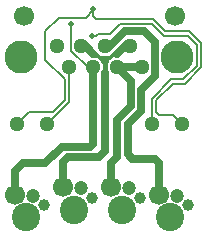
<source format=gbr>
G04 start of page 2 for group 0 idx 0 *
G04 Title: (unknown), P1_W1 *
G04 Creator: pcb 4.2.0 *
G04 CreationDate: Sun Aug 30 22:39:59 2020 UTC *
G04 For: commonadmin *
G04 Format: Gerber/RS-274X *
G04 PCB-Dimensions (mil): 1000.00 1250.00 *
G04 PCB-Coordinate-Origin: lower left *
%MOIN*%
%FSLAX25Y25*%
%LNTOP*%
%ADD27C,0.0197*%
%ADD26C,0.0295*%
%ADD25C,0.0787*%
%ADD24C,0.0354*%
%ADD23C,0.0492*%
%ADD22C,0.0100*%
%ADD21C,0.0200*%
%ADD20C,0.0394*%
%ADD19C,0.0472*%
%ADD18C,0.0945*%
%ADD17C,0.0512*%
%ADD16C,0.1102*%
%ADD15C,0.0669*%
%ADD14C,0.0160*%
%ADD13C,0.0140*%
%ADD12C,0.0060*%
%ADD11C,0.0250*%
G54D11*X60039Y81457D02*X52008D01*
X54512Y88543D02*X51969Y86000D01*
X56024Y88543D02*X54512D01*
G54D12*X35945Y70000D02*Y81457D01*
X63469Y62555D02*X63504Y62520D01*
X63469Y71000D02*Y62555D01*
X69969Y77500D02*X63469Y71000D01*
X35945Y70000D02*X28465Y62520D01*
X75469Y92000D02*X67469D01*
X78469Y89000D02*X75469Y92000D01*
X63469Y96000D02*X67469Y92000D01*
X73969Y77500D02*X69969D01*
X78469Y82000D02*X73969Y77500D01*
X78469Y89000D02*Y82000D01*
X52969Y96000D02*X63469D01*
X49469Y92500D02*X52969Y96000D01*
X45469Y92500D02*X49469D01*
X44969Y92000D02*X45469Y92500D01*
X43469Y92000D02*X44969D01*
X43469D02*X43969D01*
G54D11*X52008Y51539D02*Y64008D01*
X56500Y68500D01*
Y76965D01*
X52008Y81457D01*
X49969Y41524D02*X49925Y41480D01*
X49969Y49500D02*Y41524D01*
X52008Y51539D02*X49969Y49500D01*
G54D13*X51969Y85500D02*X50469D01*
X49469Y84500D02*X51469Y86500D01*
G54D11*X47969Y53500D02*X45969Y51500D01*
X47969Y79500D02*Y53500D01*
G54D14*Y83000D02*Y77500D01*
G54D13*Y84500D02*X49469D01*
G54D14*X43969Y85500D02*X44469D01*
X47969Y84500D02*X46969D01*
G54D11*X47969Y84000D02*Y83500D01*
G54D13*X45984Y84984D02*X47969Y83000D01*
X45984Y85000D02*Y84984D01*
X44984Y86000D02*X45984Y85000D01*
X43969Y86000D02*X44984D01*
G54D11*X41425Y88543D02*X43969Y86000D01*
X39961Y88543D02*X41425D01*
X33969Y41524D02*X33925Y41480D01*
X33969Y50000D02*Y41524D01*
X35469Y51500D02*X33969Y50000D01*
X45969Y51500D02*X35469D01*
G54D12*X70563Y65500D02*X73543Y62520D01*
X65969Y65500D02*X70563D01*
X64969Y66500D02*X65969Y65500D01*
X64969Y70500D02*Y66500D01*
X70469Y76000D02*X64969Y70500D01*
X74469Y76000D02*X70469D01*
X79969Y81500D02*X74469Y76000D01*
X79969Y89500D02*Y81500D01*
X75969Y93500D02*X79969Y89500D01*
X67969Y93500D02*X75969D01*
X63969Y97500D02*X67969Y93500D01*
X44969Y97500D02*X63969D01*
X34469Y77500D02*Y70500D01*
X27969Y84000D02*X34469Y77500D01*
X27969Y93500D02*Y84000D01*
X32469Y98000D02*X27969Y93500D01*
X43969Y100500D02*X41469Y98000D01*
X44969Y97500D02*X43969Y98500D01*
X41469Y98000D02*X32469D01*
X43969Y101000D02*Y100500D01*
X36469Y87000D02*Y96000D01*
X42012Y81457D02*X36469Y87000D01*
X43976Y81457D02*X42012D01*
X43969Y98500D02*Y101000D01*
G54D11*X43976Y81457D02*Y56008D01*
Y81457D02*X43925D01*
X42969Y55000D02*X33469D01*
X43976Y56008D02*X42969Y55000D01*
G54D12*X22406Y66500D02*X18425Y62520D01*
X30469Y66500D02*X22406D01*
X34469Y70500D02*X30469Y66500D01*
G54D11*X17969Y47000D02*Y39024D01*
X20469Y49500D02*X17969Y47000D01*
X27969Y49500D02*X20469D01*
X33469Y55000D02*X27969Y49500D01*
X17969Y39024D02*X17925Y38980D01*
X64469Y78500D02*X62969Y77000D01*
X64469Y90000D02*Y78500D01*
X60969Y93500D02*X64469Y90000D01*
X54469Y93500D02*X60969D01*
X63000Y77031D02*Y77000D01*
X65969Y39024D02*X65925Y38980D01*
X65969Y49500D02*Y39024D01*
X64469Y51000D02*X65969Y49500D01*
X49512Y88543D02*X54469Y93500D01*
X47992Y88543D02*X49512D01*
X63000Y77000D02*X60000Y74000D01*
Y67000D01*
X55500Y62500D01*
Y52469D01*
X56969Y51000D01*
X64469D01*
G54D15*X33925Y41480D03*
X20787Y98504D03*
G54D16*X20000Y85000D03*
G54D17*X31929Y88543D03*
X18425Y62520D03*
X28465D03*
X63504D03*
X73543D03*
G54D15*X71181Y98504D03*
G54D16*X71969Y85000D03*
G54D17*X47992Y88543D03*
X56024D03*
X39961D03*
X43976Y81457D03*
X35945D03*
X52008D03*
X60039D03*
G54D18*X69469Y31500D03*
G54D15*X65925Y38980D03*
G54D19*X71831Y38587D03*
G54D18*X53469Y34000D03*
G54D15*X49925Y41480D03*
G54D19*X55831Y41087D03*
G54D20*X59374Y37937D03*
X75374Y35437D03*
G54D18*X37469Y34000D03*
X21469Y31500D03*
G54D15*X17925Y38980D03*
G54D19*X23831Y38587D03*
G54D20*X27374Y35437D03*
G54D19*X39831Y41087D03*
G54D20*X43374Y37937D03*
G54D21*X43469Y92000D03*
X36469Y96000D03*
X43969Y101000D03*
G54D22*G54D23*G54D17*G54D18*G54D24*G54D17*G54D18*G54D24*G54D25*G54D23*G54D26*G54D25*G54D23*G54D26*G54D27*G54D25*G54D23*G54D26*G54D27*G54D26*G54D27*M02*

</source>
